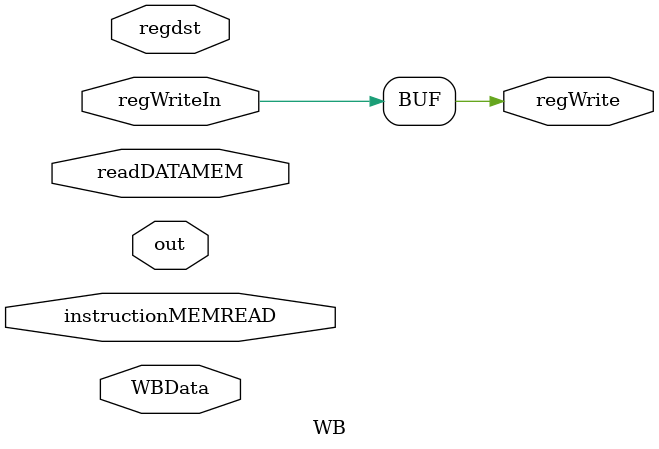
<source format=v>
module WB(
	input [31:0] out,
	input[31:0] instructionMEMREAD,
	input [31:0] readDATAMEM,
	input regdst,
	input WBData,
	input regWriteIn,
	output reg regWrite);
	reg[31:0] WBDataOut;
	reg[4:0] regdstOut;
	always@(*)begin
		regWrite = regWriteIn;
		if(regdst == 1)begin
			regdstOut <= instructionMEMREAD[15:11];			
		end else begin
			regdstOut <= instructionMEMREAD[20:16];
		end
		if(WBData == 1)begin
			WBDataOut <= out;
						
		end else begin
			WBDataOut <= readDATAMEM;
		end
	end
	

endmodule
</source>
